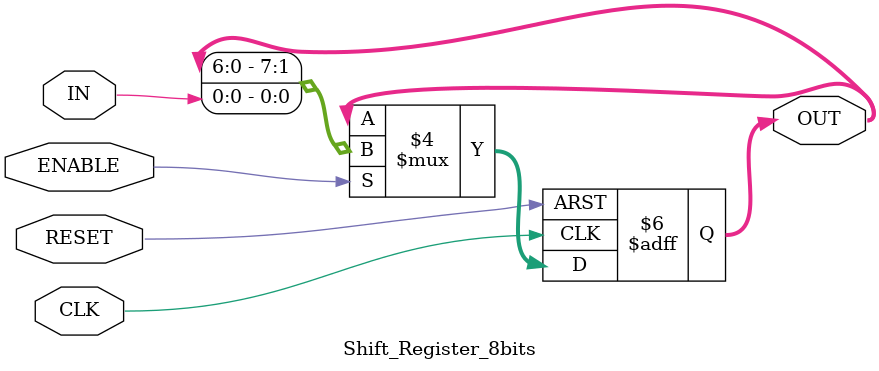
<source format=v>
module Shift_Register_8bits(CLK,IN,RESET,ENABLE,OUT);
	input CLK;
	input IN;
	input RESET;//有效时所有位置1
	input ENABLE;
	output reg [7:0]OUT=0;

	always @(posedge CLK or posedge RESET)begin
		if(RESET)begin
			OUT<=8'b11111111;
		end
		else begin
			if(ENABLE)begin
				OUT<={OUT[6:0],IN};
			end
			else begin
				OUT<=OUT;
			end
		end
	end
endmodule


</source>
